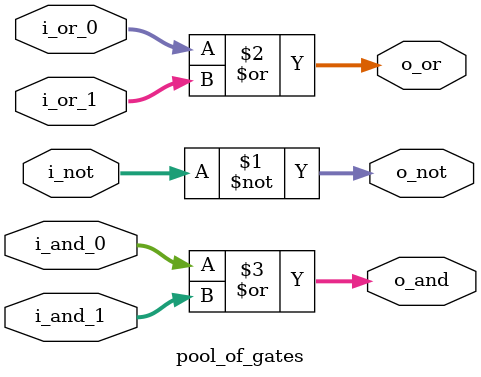
<source format=v>
module pool_of_gates#(
	parameter width = 32
)(
	input [ (width - 1) :0]i_not,

	input [ (width - 1) :0]i_or_0,
	input [ (width - 1) :0]i_or_1,

	input [ (width - 1) :0]i_and_0,
	input [ (width - 1) :0]i_and_1,

	output [ (width - 1) :0]o_not,
	output [ (width - 1) :0]o_or,
	output [ (width - 1) :0]o_and
);

assign o_not = ~i_not;

assign o_or = i_or_0 | i_or_1;

assign o_and = i_and_0 | i_and_1;

endmodule
</source>
